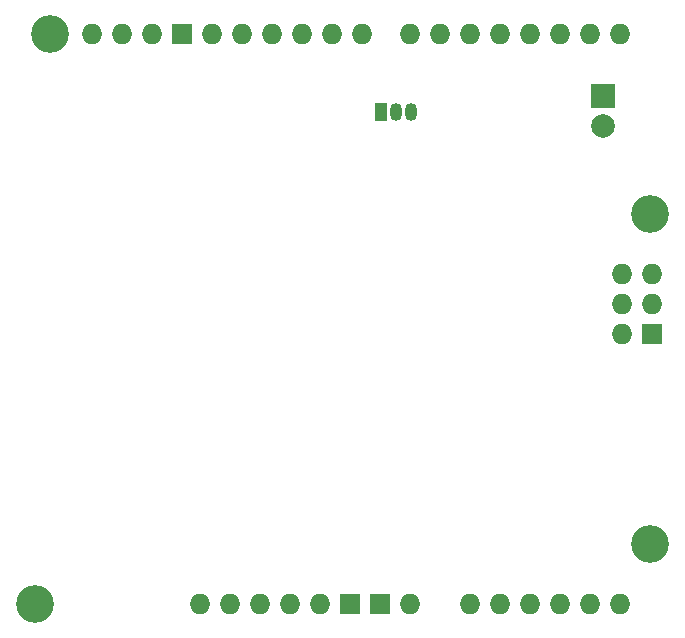
<source format=gbs>
%TF.GenerationSoftware,KiCad,Pcbnew,8.0.3*%
%TF.CreationDate,2025-01-08T21:35:48+01:00*%
%TF.ProjectId,ArduinoNICShield,41726475-696e-46f4-9e49-43536869656c,rev?*%
%TF.SameCoordinates,Original*%
%TF.FileFunction,Soldermask,Bot*%
%TF.FilePolarity,Negative*%
%FSLAX46Y46*%
G04 Gerber Fmt 4.6, Leading zero omitted, Abs format (unit mm)*
G04 Created by KiCad (PCBNEW 8.0.3) date 2025-01-08 21:35:48*
%MOMM*%
%LPD*%
G01*
G04 APERTURE LIST*
%ADD10R,2.000000X2.000000*%
%ADD11C,2.000000*%
%ADD12O,1.050000X1.500000*%
%ADD13R,1.050000X1.500000*%
%ADD14O,1.727200X1.727200*%
%ADD15R,1.727200X1.727200*%
%ADD16C,3.200000*%
G04 APERTURE END LIST*
D10*
%TO.C,J2*%
X163500000Y-70460000D03*
D11*
X163500000Y-73000000D03*
%TD*%
D12*
%TO.C,Q1*%
X147270000Y-71860000D03*
X146000000Y-71860000D03*
D13*
X144730000Y-71860000D03*
%TD*%
D14*
%TO.C,A1*%
X147220000Y-113500000D03*
X122836000Y-65240000D03*
X120296000Y-65240000D03*
X165127000Y-88100000D03*
X165127000Y-90640000D03*
X134520000Y-113500000D03*
X167667000Y-88100000D03*
X165127000Y-85560000D03*
X131980000Y-113500000D03*
D15*
X167667000Y-90640000D03*
X144680000Y-113500000D03*
X142140000Y-113500000D03*
X127916000Y-65240000D03*
D14*
X130456000Y-65240000D03*
X132996000Y-65240000D03*
X135536000Y-65240000D03*
X138076000Y-65240000D03*
X140616000Y-65240000D03*
X143156000Y-65240000D03*
X147220000Y-65240000D03*
X149760000Y-65240000D03*
X152300000Y-65240000D03*
X154840000Y-65240000D03*
X157380000Y-65240000D03*
X159920000Y-65240000D03*
X162460000Y-65240000D03*
X165000000Y-65240000D03*
X125376000Y-65240000D03*
X165000000Y-113500000D03*
X162460000Y-113500000D03*
X159920000Y-113500000D03*
X157380000Y-113500000D03*
X154840000Y-113500000D03*
X152300000Y-113500000D03*
X167667000Y-85560000D03*
X139600000Y-113500000D03*
X137060000Y-113500000D03*
D16*
X167540000Y-80480000D03*
D14*
X129440000Y-113500000D03*
D16*
X167540000Y-108420000D03*
X116740000Y-65240000D03*
X115470000Y-113500000D03*
%TD*%
M02*

</source>
